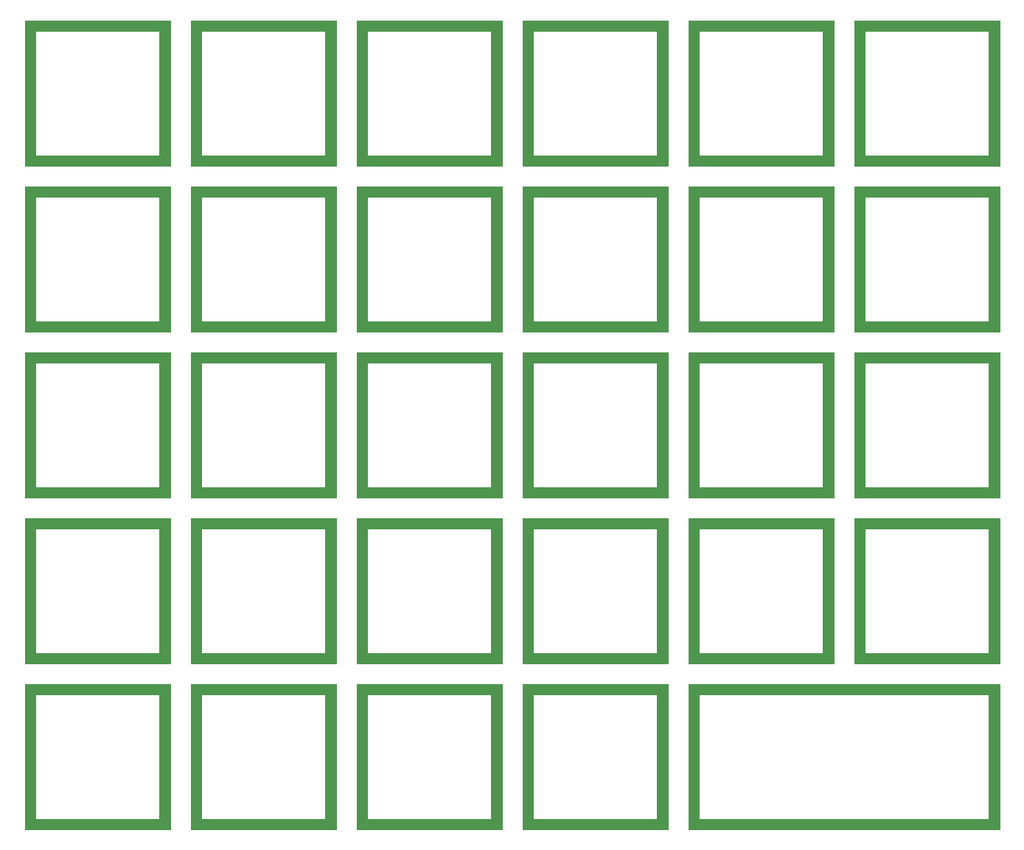
<source format=gbs>
%TF.GenerationSoftware,KiCad,Pcbnew,(5.1.10-1-10_14)*%
%TF.CreationDate,2021-09-18T15:35:40+02:00*%
%TF.ProjectId,brutal60-split,62727574-616c-4363-902d-73706c69742e,rev?*%
%TF.SameCoordinates,Original*%
%TF.FileFunction,Soldermask,Bot*%
%TF.FilePolarity,Negative*%
%FSLAX46Y46*%
G04 Gerber Fmt 4.6, Leading zero omitted, Abs format (unit mm)*
G04 Created by KiCad (PCBNEW (5.1.10-1-10_14)) date 2021-09-18 15:35:40*
%MOMM*%
%LPD*%
G01*
G04 APERTURE LIST*
%ADD10C,0.100000*%
G04 APERTURE END LIST*
D10*
G36*
X102393750Y-76676250D02*
G01*
X101203125Y-75485625D01*
X101203125Y-61198125D01*
X102393750Y-60007500D01*
X102393750Y-76676250D01*
G37*
X102393750Y-76676250D02*
X101203125Y-75485625D01*
X101203125Y-61198125D01*
X102393750Y-60007500D01*
X102393750Y-76676250D01*
G36*
X45243750Y-76676250D02*
G01*
X44053125Y-75485625D01*
X44053125Y-61198125D01*
X45243750Y-60007500D01*
X45243750Y-76676250D01*
G37*
X45243750Y-76676250D02*
X44053125Y-75485625D01*
X44053125Y-61198125D01*
X45243750Y-60007500D01*
X45243750Y-76676250D01*
G36*
X102393750Y-76676250D02*
G01*
X85725000Y-76676250D01*
X86915625Y-75485625D01*
X101203125Y-75485625D01*
X102393750Y-76676250D01*
G37*
X102393750Y-76676250D02*
X85725000Y-76676250D01*
X86915625Y-75485625D01*
X101203125Y-75485625D01*
X102393750Y-76676250D01*
G36*
X29765625Y-61198125D02*
G01*
X29765625Y-75485625D01*
X28575000Y-76676250D01*
X28575000Y-60007500D01*
X29765625Y-61198125D01*
G37*
X29765625Y-61198125D02*
X29765625Y-75485625D01*
X28575000Y-76676250D01*
X28575000Y-60007500D01*
X29765625Y-61198125D01*
G36*
X44053125Y-61198125D02*
G01*
X29765625Y-61198125D01*
X28575000Y-60007500D01*
X45243750Y-60007500D01*
X44053125Y-61198125D01*
G37*
X44053125Y-61198125D02*
X29765625Y-61198125D01*
X28575000Y-60007500D01*
X45243750Y-60007500D01*
X44053125Y-61198125D01*
G36*
X45243750Y-76676250D02*
G01*
X28575000Y-76676250D01*
X29765625Y-75485625D01*
X44053125Y-75485625D01*
X45243750Y-76676250D01*
G37*
X45243750Y-76676250D02*
X28575000Y-76676250D01*
X29765625Y-75485625D01*
X44053125Y-75485625D01*
X45243750Y-76676250D01*
G36*
X64293750Y-76676250D02*
G01*
X63103125Y-75485625D01*
X63103125Y-61198125D01*
X64293750Y-60007500D01*
X64293750Y-76676250D01*
G37*
X64293750Y-76676250D02*
X63103125Y-75485625D01*
X63103125Y-61198125D01*
X64293750Y-60007500D01*
X64293750Y-76676250D01*
G36*
X7143750Y-76676250D02*
G01*
X5953125Y-75485625D01*
X5953125Y-61198125D01*
X7143750Y-60007500D01*
X7143750Y-76676250D01*
G37*
X7143750Y-76676250D02*
X5953125Y-75485625D01*
X5953125Y-61198125D01*
X7143750Y-60007500D01*
X7143750Y-76676250D01*
G36*
X-8334375Y-61198125D02*
G01*
X-8334375Y-75485625D01*
X-9525000Y-76676250D01*
X-9525000Y-60007500D01*
X-8334375Y-61198125D01*
G37*
X-8334375Y-61198125D02*
X-8334375Y-75485625D01*
X-9525000Y-76676250D01*
X-9525000Y-60007500D01*
X-8334375Y-61198125D01*
G36*
X82153125Y-61198125D02*
G01*
X67865625Y-61198125D01*
X66675000Y-60007500D01*
X83343750Y-60007500D01*
X82153125Y-61198125D01*
G37*
X82153125Y-61198125D02*
X67865625Y-61198125D01*
X66675000Y-60007500D01*
X83343750Y-60007500D01*
X82153125Y-61198125D01*
G36*
X25003125Y-61198125D02*
G01*
X10715625Y-61198125D01*
X9525000Y-60007500D01*
X26193750Y-60007500D01*
X25003125Y-61198125D01*
G37*
X25003125Y-61198125D02*
X10715625Y-61198125D01*
X9525000Y-60007500D01*
X26193750Y-60007500D01*
X25003125Y-61198125D01*
G36*
X7143750Y-76676250D02*
G01*
X-9525000Y-76676250D01*
X-8334375Y-75485625D01*
X5953125Y-75485625D01*
X7143750Y-76676250D01*
G37*
X7143750Y-76676250D02*
X-9525000Y-76676250D01*
X-8334375Y-75485625D01*
X5953125Y-75485625D01*
X7143750Y-76676250D01*
G36*
X101203125Y-42148125D02*
G01*
X86915625Y-42148125D01*
X85725000Y-40957500D01*
X102393750Y-40957500D01*
X101203125Y-42148125D01*
G37*
X101203125Y-42148125D02*
X86915625Y-42148125D01*
X85725000Y-40957500D01*
X102393750Y-40957500D01*
X101203125Y-42148125D01*
G36*
X83343750Y-76676250D02*
G01*
X66675000Y-76676250D01*
X67865625Y-75485625D01*
X82153125Y-75485625D01*
X83343750Y-76676250D01*
G37*
X83343750Y-76676250D02*
X66675000Y-76676250D01*
X67865625Y-75485625D01*
X82153125Y-75485625D01*
X83343750Y-76676250D01*
G36*
X83343750Y-76676250D02*
G01*
X82153125Y-75485625D01*
X82153125Y-61198125D01*
X83343750Y-60007500D01*
X83343750Y-76676250D01*
G37*
X83343750Y-76676250D02*
X82153125Y-75485625D01*
X82153125Y-61198125D01*
X83343750Y-60007500D01*
X83343750Y-76676250D01*
G36*
X67865625Y-61198125D02*
G01*
X67865625Y-75485625D01*
X66675000Y-76676250D01*
X66675000Y-60007500D01*
X67865625Y-61198125D01*
G37*
X67865625Y-61198125D02*
X67865625Y-75485625D01*
X66675000Y-76676250D01*
X66675000Y-60007500D01*
X67865625Y-61198125D01*
G36*
X5953125Y-61198125D02*
G01*
X-8334375Y-61198125D01*
X-9525000Y-60007500D01*
X7143750Y-60007500D01*
X5953125Y-61198125D01*
G37*
X5953125Y-61198125D02*
X-8334375Y-61198125D01*
X-9525000Y-60007500D01*
X7143750Y-60007500D01*
X5953125Y-61198125D01*
G36*
X102393750Y-57626250D02*
G01*
X85725000Y-57626250D01*
X86915625Y-56435625D01*
X101203125Y-56435625D01*
X102393750Y-57626250D01*
G37*
X102393750Y-57626250D02*
X85725000Y-57626250D01*
X86915625Y-56435625D01*
X101203125Y-56435625D01*
X102393750Y-57626250D01*
G36*
X102393750Y-57626250D02*
G01*
X101203125Y-56435625D01*
X101203125Y-42148125D01*
X102393750Y-40957500D01*
X102393750Y-57626250D01*
G37*
X102393750Y-57626250D02*
X101203125Y-56435625D01*
X101203125Y-42148125D01*
X102393750Y-40957500D01*
X102393750Y-57626250D01*
G36*
X86915625Y-42148125D02*
G01*
X86915625Y-56435625D01*
X85725000Y-57626250D01*
X85725000Y-40957500D01*
X86915625Y-42148125D01*
G37*
X86915625Y-42148125D02*
X86915625Y-56435625D01*
X85725000Y-57626250D01*
X85725000Y-40957500D01*
X86915625Y-42148125D01*
G36*
X82153125Y-42148125D02*
G01*
X67865625Y-42148125D01*
X66675000Y-40957500D01*
X83343750Y-40957500D01*
X82153125Y-42148125D01*
G37*
X82153125Y-42148125D02*
X67865625Y-42148125D01*
X66675000Y-40957500D01*
X83343750Y-40957500D01*
X82153125Y-42148125D01*
G36*
X83343750Y-57626250D02*
G01*
X66675000Y-57626250D01*
X67865625Y-56435625D01*
X82153125Y-56435625D01*
X83343750Y-57626250D01*
G37*
X83343750Y-57626250D02*
X66675000Y-57626250D01*
X67865625Y-56435625D01*
X82153125Y-56435625D01*
X83343750Y-57626250D01*
G36*
X83343750Y-57626250D02*
G01*
X82153125Y-56435625D01*
X82153125Y-42148125D01*
X83343750Y-40957500D01*
X83343750Y-57626250D01*
G37*
X83343750Y-57626250D02*
X82153125Y-56435625D01*
X82153125Y-42148125D01*
X83343750Y-40957500D01*
X83343750Y-57626250D01*
G36*
X67865625Y-42148125D02*
G01*
X67865625Y-56435625D01*
X66675000Y-57626250D01*
X66675000Y-40957500D01*
X67865625Y-42148125D01*
G37*
X67865625Y-42148125D02*
X67865625Y-56435625D01*
X66675000Y-57626250D01*
X66675000Y-40957500D01*
X67865625Y-42148125D01*
G36*
X63103125Y-42148125D02*
G01*
X48815625Y-42148125D01*
X47625000Y-40957500D01*
X64293750Y-40957500D01*
X63103125Y-42148125D01*
G37*
X63103125Y-42148125D02*
X48815625Y-42148125D01*
X47625000Y-40957500D01*
X64293750Y-40957500D01*
X63103125Y-42148125D01*
G36*
X64293750Y-57626250D02*
G01*
X47625000Y-57626250D01*
X48815625Y-56435625D01*
X63103125Y-56435625D01*
X64293750Y-57626250D01*
G37*
X64293750Y-57626250D02*
X47625000Y-57626250D01*
X48815625Y-56435625D01*
X63103125Y-56435625D01*
X64293750Y-57626250D01*
G36*
X64293750Y-57626250D02*
G01*
X63103125Y-56435625D01*
X63103125Y-42148125D01*
X64293750Y-40957500D01*
X64293750Y-57626250D01*
G37*
X64293750Y-57626250D02*
X63103125Y-56435625D01*
X63103125Y-42148125D01*
X64293750Y-40957500D01*
X64293750Y-57626250D01*
G36*
X48815625Y-42148125D02*
G01*
X48815625Y-56435625D01*
X47625000Y-57626250D01*
X47625000Y-40957500D01*
X48815625Y-42148125D01*
G37*
X48815625Y-42148125D02*
X48815625Y-56435625D01*
X47625000Y-57626250D01*
X47625000Y-40957500D01*
X48815625Y-42148125D01*
G36*
X44053125Y-42148125D02*
G01*
X29765625Y-42148125D01*
X28575000Y-40957500D01*
X45243750Y-40957500D01*
X44053125Y-42148125D01*
G37*
X44053125Y-42148125D02*
X29765625Y-42148125D01*
X28575000Y-40957500D01*
X45243750Y-40957500D01*
X44053125Y-42148125D01*
G36*
X45243750Y-57626250D02*
G01*
X28575000Y-57626250D01*
X29765625Y-56435625D01*
X44053125Y-56435625D01*
X45243750Y-57626250D01*
G37*
X45243750Y-57626250D02*
X28575000Y-57626250D01*
X29765625Y-56435625D01*
X44053125Y-56435625D01*
X45243750Y-57626250D01*
G36*
X45243750Y-57626250D02*
G01*
X44053125Y-56435625D01*
X44053125Y-42148125D01*
X45243750Y-40957500D01*
X45243750Y-57626250D01*
G37*
X45243750Y-57626250D02*
X44053125Y-56435625D01*
X44053125Y-42148125D01*
X45243750Y-40957500D01*
X45243750Y-57626250D01*
G36*
X29765625Y-42148125D02*
G01*
X29765625Y-56435625D01*
X28575000Y-57626250D01*
X28575000Y-40957500D01*
X29765625Y-42148125D01*
G37*
X29765625Y-42148125D02*
X29765625Y-56435625D01*
X28575000Y-57626250D01*
X28575000Y-40957500D01*
X29765625Y-42148125D01*
G36*
X25003125Y-42148125D02*
G01*
X10715625Y-42148125D01*
X9525000Y-40957500D01*
X26193750Y-40957500D01*
X25003125Y-42148125D01*
G37*
X25003125Y-42148125D02*
X10715625Y-42148125D01*
X9525000Y-40957500D01*
X26193750Y-40957500D01*
X25003125Y-42148125D01*
G36*
X26193750Y-57626250D02*
G01*
X9525000Y-57626250D01*
X10715625Y-56435625D01*
X25003125Y-56435625D01*
X26193750Y-57626250D01*
G37*
X26193750Y-57626250D02*
X9525000Y-57626250D01*
X10715625Y-56435625D01*
X25003125Y-56435625D01*
X26193750Y-57626250D01*
G36*
X26193750Y-57626250D02*
G01*
X25003125Y-56435625D01*
X25003125Y-42148125D01*
X26193750Y-40957500D01*
X26193750Y-57626250D01*
G37*
X26193750Y-57626250D02*
X25003125Y-56435625D01*
X25003125Y-42148125D01*
X26193750Y-40957500D01*
X26193750Y-57626250D01*
G36*
X10715625Y-42148125D02*
G01*
X10715625Y-56435625D01*
X9525000Y-57626250D01*
X9525000Y-40957500D01*
X10715625Y-42148125D01*
G37*
X10715625Y-42148125D02*
X10715625Y-56435625D01*
X9525000Y-57626250D01*
X9525000Y-40957500D01*
X10715625Y-42148125D01*
G36*
X7143750Y-57626250D02*
G01*
X-9525000Y-57626250D01*
X-8334375Y-56435625D01*
X5953125Y-56435625D01*
X7143750Y-57626250D01*
G37*
X7143750Y-57626250D02*
X-9525000Y-57626250D01*
X-8334375Y-56435625D01*
X5953125Y-56435625D01*
X7143750Y-57626250D01*
G36*
X5953125Y-42148125D02*
G01*
X-8334375Y-42148125D01*
X-9525000Y-40957500D01*
X7143750Y-40957500D01*
X5953125Y-42148125D01*
G37*
X5953125Y-42148125D02*
X-8334375Y-42148125D01*
X-9525000Y-40957500D01*
X7143750Y-40957500D01*
X5953125Y-42148125D01*
G36*
X-8334375Y-42148125D02*
G01*
X-8334375Y-56435625D01*
X-9525000Y-57626250D01*
X-9525000Y-40957500D01*
X-8334375Y-42148125D01*
G37*
X-8334375Y-42148125D02*
X-8334375Y-56435625D01*
X-9525000Y-57626250D01*
X-9525000Y-40957500D01*
X-8334375Y-42148125D01*
G36*
X7143750Y-57626250D02*
G01*
X5953125Y-56435625D01*
X5953125Y-42148125D01*
X7143750Y-40957500D01*
X7143750Y-57626250D01*
G37*
X7143750Y-57626250D02*
X5953125Y-56435625D01*
X5953125Y-42148125D01*
X7143750Y-40957500D01*
X7143750Y-57626250D01*
G36*
X26193750Y-76676250D02*
G01*
X9525000Y-76676250D01*
X10715625Y-75485625D01*
X25003125Y-75485625D01*
X26193750Y-76676250D01*
G37*
X26193750Y-76676250D02*
X9525000Y-76676250D01*
X10715625Y-75485625D01*
X25003125Y-75485625D01*
X26193750Y-76676250D01*
G36*
X101203125Y-61198125D02*
G01*
X86915625Y-61198125D01*
X85725000Y-60007500D01*
X102393750Y-60007500D01*
X101203125Y-61198125D01*
G37*
X101203125Y-61198125D02*
X86915625Y-61198125D01*
X85725000Y-60007500D01*
X102393750Y-60007500D01*
X101203125Y-61198125D01*
G36*
X63103125Y-118348125D02*
G01*
X48815625Y-118348125D01*
X47625000Y-117157500D01*
X64293750Y-117157500D01*
X63103125Y-118348125D01*
G37*
X63103125Y-118348125D02*
X48815625Y-118348125D01*
X47625000Y-117157500D01*
X64293750Y-117157500D01*
X63103125Y-118348125D01*
G36*
X48815625Y-118348125D02*
G01*
X48815625Y-132635625D01*
X47625000Y-133826250D01*
X47625000Y-117157500D01*
X48815625Y-118348125D01*
G37*
X48815625Y-118348125D02*
X48815625Y-132635625D01*
X47625000Y-133826250D01*
X47625000Y-117157500D01*
X48815625Y-118348125D01*
G36*
X26193750Y-133826250D02*
G01*
X25003125Y-132635625D01*
X25003125Y-118348125D01*
X26193750Y-117157500D01*
X26193750Y-133826250D01*
G37*
X26193750Y-133826250D02*
X25003125Y-132635625D01*
X25003125Y-118348125D01*
X26193750Y-117157500D01*
X26193750Y-133826250D01*
G36*
X64293750Y-133826250D02*
G01*
X63103125Y-132635625D01*
X63103125Y-118348125D01*
X64293750Y-117157500D01*
X64293750Y-133826250D01*
G37*
X64293750Y-133826250D02*
X63103125Y-132635625D01*
X63103125Y-118348125D01*
X64293750Y-117157500D01*
X64293750Y-133826250D01*
G36*
X26193750Y-133826250D02*
G01*
X9525000Y-133826250D01*
X10715625Y-132635625D01*
X25003125Y-132635625D01*
X26193750Y-133826250D01*
G37*
X26193750Y-133826250D02*
X9525000Y-133826250D01*
X10715625Y-132635625D01*
X25003125Y-132635625D01*
X26193750Y-133826250D01*
G36*
X25003125Y-118348125D02*
G01*
X10715625Y-118348125D01*
X9525000Y-117157500D01*
X26193750Y-117157500D01*
X25003125Y-118348125D01*
G37*
X25003125Y-118348125D02*
X10715625Y-118348125D01*
X9525000Y-117157500D01*
X26193750Y-117157500D01*
X25003125Y-118348125D01*
G36*
X7143750Y-133826250D02*
G01*
X5953125Y-132635625D01*
X5953125Y-118348125D01*
X7143750Y-117157500D01*
X7143750Y-133826250D01*
G37*
X7143750Y-133826250D02*
X5953125Y-132635625D01*
X5953125Y-118348125D01*
X7143750Y-117157500D01*
X7143750Y-133826250D01*
G36*
X-8334375Y-118348125D02*
G01*
X-8334375Y-132635625D01*
X-9525000Y-133826250D01*
X-9525000Y-117157500D01*
X-8334375Y-118348125D01*
G37*
X-8334375Y-118348125D02*
X-8334375Y-132635625D01*
X-9525000Y-133826250D01*
X-9525000Y-117157500D01*
X-8334375Y-118348125D01*
G36*
X29765625Y-118348125D02*
G01*
X29765625Y-132635625D01*
X28575000Y-133826250D01*
X28575000Y-117157500D01*
X29765625Y-118348125D01*
G37*
X29765625Y-118348125D02*
X29765625Y-132635625D01*
X28575000Y-133826250D01*
X28575000Y-117157500D01*
X29765625Y-118348125D01*
G36*
X44053125Y-118348125D02*
G01*
X29765625Y-118348125D01*
X28575000Y-117157500D01*
X45243750Y-117157500D01*
X44053125Y-118348125D01*
G37*
X44053125Y-118348125D02*
X29765625Y-118348125D01*
X28575000Y-117157500D01*
X45243750Y-117157500D01*
X44053125Y-118348125D01*
G36*
X45243750Y-133826250D02*
G01*
X28575000Y-133826250D01*
X29765625Y-132635625D01*
X44053125Y-132635625D01*
X45243750Y-133826250D01*
G37*
X45243750Y-133826250D02*
X28575000Y-133826250D01*
X29765625Y-132635625D01*
X44053125Y-132635625D01*
X45243750Y-133826250D01*
G36*
X102393750Y-133826250D02*
G01*
X101203125Y-132635625D01*
X101203125Y-118348125D01*
X102393750Y-117157500D01*
X102393750Y-133826250D01*
G37*
X102393750Y-133826250D02*
X101203125Y-132635625D01*
X101203125Y-118348125D01*
X102393750Y-117157500D01*
X102393750Y-133826250D01*
G36*
X45243750Y-133826250D02*
G01*
X44053125Y-132635625D01*
X44053125Y-118348125D01*
X45243750Y-117157500D01*
X45243750Y-133826250D01*
G37*
X45243750Y-133826250D02*
X44053125Y-132635625D01*
X44053125Y-118348125D01*
X45243750Y-117157500D01*
X45243750Y-133826250D01*
G36*
X67865625Y-118348125D02*
G01*
X67865625Y-132635625D01*
X66675000Y-133826250D01*
X66675000Y-117157500D01*
X67865625Y-118348125D01*
G37*
X67865625Y-118348125D02*
X67865625Y-132635625D01*
X66675000Y-133826250D01*
X66675000Y-117157500D01*
X67865625Y-118348125D01*
G36*
X5953125Y-118348125D02*
G01*
X-8334375Y-118348125D01*
X-9525000Y-117157500D01*
X7143750Y-117157500D01*
X5953125Y-118348125D01*
G37*
X5953125Y-118348125D02*
X-8334375Y-118348125D01*
X-9525000Y-117157500D01*
X7143750Y-117157500D01*
X5953125Y-118348125D01*
G36*
X7143750Y-133826250D02*
G01*
X-9525000Y-133826250D01*
X-8334375Y-132635625D01*
X5953125Y-132635625D01*
X7143750Y-133826250D01*
G37*
X7143750Y-133826250D02*
X-9525000Y-133826250D01*
X-8334375Y-132635625D01*
X5953125Y-132635625D01*
X7143750Y-133826250D01*
G36*
X64293750Y-114776250D02*
G01*
X47625000Y-114776250D01*
X48815625Y-113585625D01*
X63103125Y-113585625D01*
X64293750Y-114776250D01*
G37*
X64293750Y-114776250D02*
X47625000Y-114776250D01*
X48815625Y-113585625D01*
X63103125Y-113585625D01*
X64293750Y-114776250D01*
G36*
X10715625Y-99298125D02*
G01*
X10715625Y-113585625D01*
X9525000Y-114776250D01*
X9525000Y-98107500D01*
X10715625Y-99298125D01*
G37*
X10715625Y-99298125D02*
X10715625Y-113585625D01*
X9525000Y-114776250D01*
X9525000Y-98107500D01*
X10715625Y-99298125D01*
G36*
X63103125Y-99298125D02*
G01*
X48815625Y-99298125D01*
X47625000Y-98107500D01*
X64293750Y-98107500D01*
X63103125Y-99298125D01*
G37*
X63103125Y-99298125D02*
X48815625Y-99298125D01*
X47625000Y-98107500D01*
X64293750Y-98107500D01*
X63103125Y-99298125D01*
G36*
X48815625Y-99298125D02*
G01*
X48815625Y-113585625D01*
X47625000Y-114776250D01*
X47625000Y-98107500D01*
X48815625Y-99298125D01*
G37*
X48815625Y-99298125D02*
X48815625Y-113585625D01*
X47625000Y-114776250D01*
X47625000Y-98107500D01*
X48815625Y-99298125D01*
G36*
X26193750Y-114776250D02*
G01*
X25003125Y-113585625D01*
X25003125Y-99298125D01*
X26193750Y-98107500D01*
X26193750Y-114776250D01*
G37*
X26193750Y-114776250D02*
X25003125Y-113585625D01*
X25003125Y-99298125D01*
X26193750Y-98107500D01*
X26193750Y-114776250D01*
G36*
X86915625Y-99298125D02*
G01*
X86915625Y-113585625D01*
X85725000Y-114776250D01*
X85725000Y-98107500D01*
X86915625Y-99298125D01*
G37*
X86915625Y-99298125D02*
X86915625Y-113585625D01*
X85725000Y-114776250D01*
X85725000Y-98107500D01*
X86915625Y-99298125D01*
G36*
X64293750Y-114776250D02*
G01*
X63103125Y-113585625D01*
X63103125Y-99298125D01*
X64293750Y-98107500D01*
X64293750Y-114776250D01*
G37*
X64293750Y-114776250D02*
X63103125Y-113585625D01*
X63103125Y-99298125D01*
X64293750Y-98107500D01*
X64293750Y-114776250D01*
G36*
X26193750Y-114776250D02*
G01*
X9525000Y-114776250D01*
X10715625Y-113585625D01*
X25003125Y-113585625D01*
X26193750Y-114776250D01*
G37*
X26193750Y-114776250D02*
X9525000Y-114776250D01*
X10715625Y-113585625D01*
X25003125Y-113585625D01*
X26193750Y-114776250D01*
G36*
X101203125Y-99298125D02*
G01*
X86915625Y-99298125D01*
X85725000Y-98107500D01*
X102393750Y-98107500D01*
X101203125Y-99298125D01*
G37*
X101203125Y-99298125D02*
X86915625Y-99298125D01*
X85725000Y-98107500D01*
X102393750Y-98107500D01*
X101203125Y-99298125D01*
G36*
X25003125Y-99298125D02*
G01*
X10715625Y-99298125D01*
X9525000Y-98107500D01*
X26193750Y-98107500D01*
X25003125Y-99298125D01*
G37*
X25003125Y-99298125D02*
X10715625Y-99298125D01*
X9525000Y-98107500D01*
X26193750Y-98107500D01*
X25003125Y-99298125D01*
G36*
X7143750Y-114776250D02*
G01*
X5953125Y-113585625D01*
X5953125Y-99298125D01*
X7143750Y-98107500D01*
X7143750Y-114776250D01*
G37*
X7143750Y-114776250D02*
X5953125Y-113585625D01*
X5953125Y-99298125D01*
X7143750Y-98107500D01*
X7143750Y-114776250D01*
G36*
X-8334375Y-99298125D02*
G01*
X-8334375Y-113585625D01*
X-9525000Y-114776250D01*
X-9525000Y-98107500D01*
X-8334375Y-99298125D01*
G37*
X-8334375Y-99298125D02*
X-8334375Y-113585625D01*
X-9525000Y-114776250D01*
X-9525000Y-98107500D01*
X-8334375Y-99298125D01*
G36*
X82153125Y-99298125D02*
G01*
X67865625Y-99298125D01*
X66675000Y-98107500D01*
X83343750Y-98107500D01*
X82153125Y-99298125D01*
G37*
X82153125Y-99298125D02*
X67865625Y-99298125D01*
X66675000Y-98107500D01*
X83343750Y-98107500D01*
X82153125Y-99298125D01*
G36*
X102393750Y-114776250D02*
G01*
X85725000Y-114776250D01*
X86915625Y-113585625D01*
X101203125Y-113585625D01*
X102393750Y-114776250D01*
G37*
X102393750Y-114776250D02*
X85725000Y-114776250D01*
X86915625Y-113585625D01*
X101203125Y-113585625D01*
X102393750Y-114776250D01*
G36*
X29765625Y-99298125D02*
G01*
X29765625Y-113585625D01*
X28575000Y-114776250D01*
X28575000Y-98107500D01*
X29765625Y-99298125D01*
G37*
X29765625Y-99298125D02*
X29765625Y-113585625D01*
X28575000Y-114776250D01*
X28575000Y-98107500D01*
X29765625Y-99298125D01*
G36*
X44053125Y-99298125D02*
G01*
X29765625Y-99298125D01*
X28575000Y-98107500D01*
X45243750Y-98107500D01*
X44053125Y-99298125D01*
G37*
X44053125Y-99298125D02*
X29765625Y-99298125D01*
X28575000Y-98107500D01*
X45243750Y-98107500D01*
X44053125Y-99298125D01*
G36*
X45243750Y-114776250D02*
G01*
X28575000Y-114776250D01*
X29765625Y-113585625D01*
X44053125Y-113585625D01*
X45243750Y-114776250D01*
G37*
X45243750Y-114776250D02*
X28575000Y-114776250D01*
X29765625Y-113585625D01*
X44053125Y-113585625D01*
X45243750Y-114776250D01*
G36*
X102393750Y-114776250D02*
G01*
X101203125Y-113585625D01*
X101203125Y-99298125D01*
X102393750Y-98107500D01*
X102393750Y-114776250D01*
G37*
X102393750Y-114776250D02*
X101203125Y-113585625D01*
X101203125Y-99298125D01*
X102393750Y-98107500D01*
X102393750Y-114776250D01*
G36*
X45243750Y-114776250D02*
G01*
X44053125Y-113585625D01*
X44053125Y-99298125D01*
X45243750Y-98107500D01*
X45243750Y-114776250D01*
G37*
X45243750Y-114776250D02*
X44053125Y-113585625D01*
X44053125Y-99298125D01*
X45243750Y-98107500D01*
X45243750Y-114776250D01*
G36*
X83343750Y-114776250D02*
G01*
X66675000Y-114776250D01*
X67865625Y-113585625D01*
X82153125Y-113585625D01*
X83343750Y-114776250D01*
G37*
X83343750Y-114776250D02*
X66675000Y-114776250D01*
X67865625Y-113585625D01*
X82153125Y-113585625D01*
X83343750Y-114776250D01*
G36*
X83343750Y-114776250D02*
G01*
X82153125Y-113585625D01*
X82153125Y-99298125D01*
X83343750Y-98107500D01*
X83343750Y-114776250D01*
G37*
X83343750Y-114776250D02*
X82153125Y-113585625D01*
X82153125Y-99298125D01*
X83343750Y-98107500D01*
X83343750Y-114776250D01*
G36*
X67865625Y-99298125D02*
G01*
X67865625Y-113585625D01*
X66675000Y-114776250D01*
X66675000Y-98107500D01*
X67865625Y-99298125D01*
G37*
X67865625Y-99298125D02*
X67865625Y-113585625D01*
X66675000Y-114776250D01*
X66675000Y-98107500D01*
X67865625Y-99298125D01*
G36*
X5953125Y-99298125D02*
G01*
X-8334375Y-99298125D01*
X-9525000Y-98107500D01*
X7143750Y-98107500D01*
X5953125Y-99298125D01*
G37*
X5953125Y-99298125D02*
X-8334375Y-99298125D01*
X-9525000Y-98107500D01*
X7143750Y-98107500D01*
X5953125Y-99298125D01*
G36*
X7143750Y-114776250D02*
G01*
X-9525000Y-114776250D01*
X-8334375Y-113585625D01*
X5953125Y-113585625D01*
X7143750Y-114776250D01*
G37*
X7143750Y-114776250D02*
X-9525000Y-114776250D01*
X-8334375Y-113585625D01*
X5953125Y-113585625D01*
X7143750Y-114776250D01*
G36*
X64293750Y-95726250D02*
G01*
X47625000Y-95726250D01*
X48815625Y-94535625D01*
X63103125Y-94535625D01*
X64293750Y-95726250D01*
G37*
X64293750Y-95726250D02*
X47625000Y-95726250D01*
X48815625Y-94535625D01*
X63103125Y-94535625D01*
X64293750Y-95726250D01*
G36*
X10715625Y-80248125D02*
G01*
X10715625Y-94535625D01*
X9525000Y-95726250D01*
X9525000Y-79057500D01*
X10715625Y-80248125D01*
G37*
X10715625Y-80248125D02*
X10715625Y-94535625D01*
X9525000Y-95726250D01*
X9525000Y-79057500D01*
X10715625Y-80248125D01*
G36*
X63103125Y-80248125D02*
G01*
X48815625Y-80248125D01*
X47625000Y-79057500D01*
X64293750Y-79057500D01*
X63103125Y-80248125D01*
G37*
X63103125Y-80248125D02*
X48815625Y-80248125D01*
X47625000Y-79057500D01*
X64293750Y-79057500D01*
X63103125Y-80248125D01*
G36*
X48815625Y-80248125D02*
G01*
X48815625Y-94535625D01*
X47625000Y-95726250D01*
X47625000Y-79057500D01*
X48815625Y-80248125D01*
G37*
X48815625Y-80248125D02*
X48815625Y-94535625D01*
X47625000Y-95726250D01*
X47625000Y-79057500D01*
X48815625Y-80248125D01*
G36*
X26193750Y-95726250D02*
G01*
X25003125Y-94535625D01*
X25003125Y-80248125D01*
X26193750Y-79057500D01*
X26193750Y-95726250D01*
G37*
X26193750Y-95726250D02*
X25003125Y-94535625D01*
X25003125Y-80248125D01*
X26193750Y-79057500D01*
X26193750Y-95726250D01*
G36*
X86915625Y-80248125D02*
G01*
X86915625Y-94535625D01*
X85725000Y-95726250D01*
X85725000Y-79057500D01*
X86915625Y-80248125D01*
G37*
X86915625Y-80248125D02*
X86915625Y-94535625D01*
X85725000Y-95726250D01*
X85725000Y-79057500D01*
X86915625Y-80248125D01*
G36*
X64293750Y-95726250D02*
G01*
X63103125Y-94535625D01*
X63103125Y-80248125D01*
X64293750Y-79057500D01*
X64293750Y-95726250D01*
G37*
X64293750Y-95726250D02*
X63103125Y-94535625D01*
X63103125Y-80248125D01*
X64293750Y-79057500D01*
X64293750Y-95726250D01*
G36*
X26193750Y-95726250D02*
G01*
X9525000Y-95726250D01*
X10715625Y-94535625D01*
X25003125Y-94535625D01*
X26193750Y-95726250D01*
G37*
X26193750Y-95726250D02*
X9525000Y-95726250D01*
X10715625Y-94535625D01*
X25003125Y-94535625D01*
X26193750Y-95726250D01*
G36*
X101203125Y-80248125D02*
G01*
X86915625Y-80248125D01*
X85725000Y-79057500D01*
X102393750Y-79057500D01*
X101203125Y-80248125D01*
G37*
X101203125Y-80248125D02*
X86915625Y-80248125D01*
X85725000Y-79057500D01*
X102393750Y-79057500D01*
X101203125Y-80248125D01*
G36*
X25003125Y-80248125D02*
G01*
X10715625Y-80248125D01*
X9525000Y-79057500D01*
X26193750Y-79057500D01*
X25003125Y-80248125D01*
G37*
X25003125Y-80248125D02*
X10715625Y-80248125D01*
X9525000Y-79057500D01*
X26193750Y-79057500D01*
X25003125Y-80248125D01*
G36*
X7143750Y-95726250D02*
G01*
X5953125Y-94535625D01*
X5953125Y-80248125D01*
X7143750Y-79057500D01*
X7143750Y-95726250D01*
G37*
X7143750Y-95726250D02*
X5953125Y-94535625D01*
X5953125Y-80248125D01*
X7143750Y-79057500D01*
X7143750Y-95726250D01*
G36*
X-8334375Y-80248125D02*
G01*
X-8334375Y-94535625D01*
X-9525000Y-95726250D01*
X-9525000Y-79057500D01*
X-8334375Y-80248125D01*
G37*
X-8334375Y-80248125D02*
X-8334375Y-94535625D01*
X-9525000Y-95726250D01*
X-9525000Y-79057500D01*
X-8334375Y-80248125D01*
G36*
X82153125Y-80248125D02*
G01*
X67865625Y-80248125D01*
X66675000Y-79057500D01*
X83343750Y-79057500D01*
X82153125Y-80248125D01*
G37*
X82153125Y-80248125D02*
X67865625Y-80248125D01*
X66675000Y-79057500D01*
X83343750Y-79057500D01*
X82153125Y-80248125D01*
G36*
X102393750Y-95726250D02*
G01*
X85725000Y-95726250D01*
X86915625Y-94535625D01*
X101203125Y-94535625D01*
X102393750Y-95726250D01*
G37*
X102393750Y-95726250D02*
X85725000Y-95726250D01*
X86915625Y-94535625D01*
X101203125Y-94535625D01*
X102393750Y-95726250D01*
G36*
X29765625Y-80248125D02*
G01*
X29765625Y-94535625D01*
X28575000Y-95726250D01*
X28575000Y-79057500D01*
X29765625Y-80248125D01*
G37*
X29765625Y-80248125D02*
X29765625Y-94535625D01*
X28575000Y-95726250D01*
X28575000Y-79057500D01*
X29765625Y-80248125D01*
G36*
X44053125Y-80248125D02*
G01*
X29765625Y-80248125D01*
X28575000Y-79057500D01*
X45243750Y-79057500D01*
X44053125Y-80248125D01*
G37*
X44053125Y-80248125D02*
X29765625Y-80248125D01*
X28575000Y-79057500D01*
X45243750Y-79057500D01*
X44053125Y-80248125D01*
G36*
X45243750Y-95726250D02*
G01*
X28575000Y-95726250D01*
X29765625Y-94535625D01*
X44053125Y-94535625D01*
X45243750Y-95726250D01*
G37*
X45243750Y-95726250D02*
X28575000Y-95726250D01*
X29765625Y-94535625D01*
X44053125Y-94535625D01*
X45243750Y-95726250D01*
G36*
X102393750Y-95726250D02*
G01*
X101203125Y-94535625D01*
X101203125Y-80248125D01*
X102393750Y-79057500D01*
X102393750Y-95726250D01*
G37*
X102393750Y-95726250D02*
X101203125Y-94535625D01*
X101203125Y-80248125D01*
X102393750Y-79057500D01*
X102393750Y-95726250D01*
G36*
X45243750Y-95726250D02*
G01*
X44053125Y-94535625D01*
X44053125Y-80248125D01*
X45243750Y-79057500D01*
X45243750Y-95726250D01*
G37*
X45243750Y-95726250D02*
X44053125Y-94535625D01*
X44053125Y-80248125D01*
X45243750Y-79057500D01*
X45243750Y-95726250D01*
G36*
X83343750Y-95726250D02*
G01*
X66675000Y-95726250D01*
X67865625Y-94535625D01*
X82153125Y-94535625D01*
X83343750Y-95726250D01*
G37*
X83343750Y-95726250D02*
X66675000Y-95726250D01*
X67865625Y-94535625D01*
X82153125Y-94535625D01*
X83343750Y-95726250D01*
G36*
X83343750Y-95726250D02*
G01*
X82153125Y-94535625D01*
X82153125Y-80248125D01*
X83343750Y-79057500D01*
X83343750Y-95726250D01*
G37*
X83343750Y-95726250D02*
X82153125Y-94535625D01*
X82153125Y-80248125D01*
X83343750Y-79057500D01*
X83343750Y-95726250D01*
G36*
X67865625Y-80248125D02*
G01*
X67865625Y-94535625D01*
X66675000Y-95726250D01*
X66675000Y-79057500D01*
X67865625Y-80248125D01*
G37*
X67865625Y-80248125D02*
X67865625Y-94535625D01*
X66675000Y-95726250D01*
X66675000Y-79057500D01*
X67865625Y-80248125D01*
G36*
X5953125Y-80248125D02*
G01*
X-8334375Y-80248125D01*
X-9525000Y-79057500D01*
X7143750Y-79057500D01*
X5953125Y-80248125D01*
G37*
X5953125Y-80248125D02*
X-8334375Y-80248125D01*
X-9525000Y-79057500D01*
X7143750Y-79057500D01*
X5953125Y-80248125D01*
G36*
X7143750Y-95726250D02*
G01*
X-9525000Y-95726250D01*
X-8334375Y-94535625D01*
X5953125Y-94535625D01*
X7143750Y-95726250D01*
G37*
X7143750Y-95726250D02*
X-9525000Y-95726250D01*
X-8334375Y-94535625D01*
X5953125Y-94535625D01*
X7143750Y-95726250D01*
G36*
X64293750Y-76676250D02*
G01*
X47625000Y-76676250D01*
X48815625Y-75485625D01*
X63103125Y-75485625D01*
X64293750Y-76676250D01*
G37*
X64293750Y-76676250D02*
X47625000Y-76676250D01*
X48815625Y-75485625D01*
X63103125Y-75485625D01*
X64293750Y-76676250D01*
G36*
X10715625Y-61198125D02*
G01*
X10715625Y-75485625D01*
X9525000Y-76676250D01*
X9525000Y-60007500D01*
X10715625Y-61198125D01*
G37*
X10715625Y-61198125D02*
X10715625Y-75485625D01*
X9525000Y-76676250D01*
X9525000Y-60007500D01*
X10715625Y-61198125D01*
G36*
X63103125Y-61198125D02*
G01*
X48815625Y-61198125D01*
X47625000Y-60007500D01*
X64293750Y-60007500D01*
X63103125Y-61198125D01*
G37*
X63103125Y-61198125D02*
X48815625Y-61198125D01*
X47625000Y-60007500D01*
X64293750Y-60007500D01*
X63103125Y-61198125D01*
G36*
X48815625Y-61198125D02*
G01*
X48815625Y-75485625D01*
X47625000Y-76676250D01*
X47625000Y-60007500D01*
X48815625Y-61198125D01*
G37*
X48815625Y-61198125D02*
X48815625Y-75485625D01*
X47625000Y-76676250D01*
X47625000Y-60007500D01*
X48815625Y-61198125D01*
G36*
X26193750Y-76676250D02*
G01*
X25003125Y-75485625D01*
X25003125Y-61198125D01*
X26193750Y-60007500D01*
X26193750Y-76676250D01*
G37*
X26193750Y-76676250D02*
X25003125Y-75485625D01*
X25003125Y-61198125D01*
X26193750Y-60007500D01*
X26193750Y-76676250D01*
G36*
X86915625Y-61198125D02*
G01*
X86915625Y-75485625D01*
X85725000Y-76676250D01*
X85725000Y-60007500D01*
X86915625Y-61198125D01*
G37*
X86915625Y-61198125D02*
X86915625Y-75485625D01*
X85725000Y-76676250D01*
X85725000Y-60007500D01*
X86915625Y-61198125D01*
G36*
X64293750Y-133826250D02*
G01*
X47625000Y-133826250D01*
X48815625Y-132635625D01*
X63103125Y-132635625D01*
X64293750Y-133826250D01*
G37*
X64293750Y-133826250D02*
X47625000Y-133826250D01*
X48815625Y-132635625D01*
X63103125Y-132635625D01*
X64293750Y-133826250D01*
G36*
X10715625Y-118348125D02*
G01*
X10715625Y-132635625D01*
X9525000Y-133826250D01*
X9525000Y-117157500D01*
X10715625Y-118348125D01*
G37*
X10715625Y-118348125D02*
X10715625Y-132635625D01*
X9525000Y-133826250D01*
X9525000Y-117157500D01*
X10715625Y-118348125D01*
G36*
X101203125Y-118348125D02*
G01*
X67865625Y-118348125D01*
X66675000Y-117157500D01*
X102393750Y-117157500D01*
X101203125Y-118348125D01*
G37*
X101203125Y-118348125D02*
X67865625Y-118348125D01*
X66675000Y-117157500D01*
X102393750Y-117157500D01*
X101203125Y-118348125D01*
G36*
X102393634Y-133826358D02*
G01*
X66674884Y-133826358D01*
X67865509Y-132635733D01*
X101203009Y-132635733D01*
X102393634Y-133826358D01*
G37*
X102393634Y-133826358D02*
X66674884Y-133826358D01*
X67865509Y-132635733D01*
X101203009Y-132635733D01*
X102393634Y-133826358D01*
M02*

</source>
